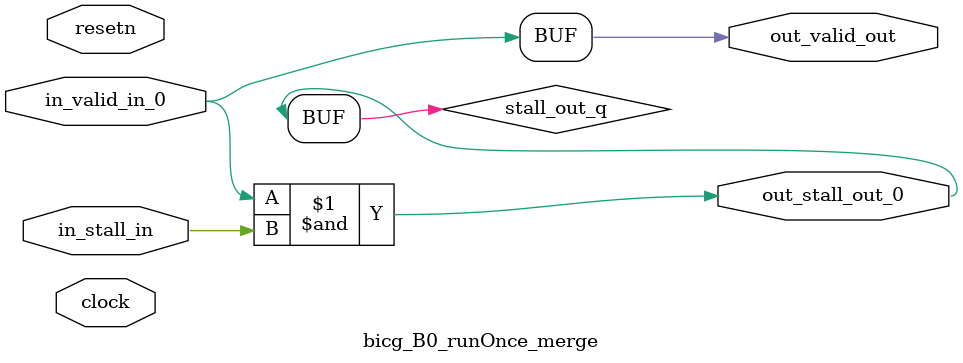
<source format=sv>



(* altera_attribute = "-name AUTO_SHIFT_REGISTER_RECOGNITION OFF; -name MESSAGE_DISABLE 10036; -name MESSAGE_DISABLE 10037; -name MESSAGE_DISABLE 14130; -name MESSAGE_DISABLE 14320; -name MESSAGE_DISABLE 15400; -name MESSAGE_DISABLE 14130; -name MESSAGE_DISABLE 10036; -name MESSAGE_DISABLE 12020; -name MESSAGE_DISABLE 12030; -name MESSAGE_DISABLE 12010; -name MESSAGE_DISABLE 12110; -name MESSAGE_DISABLE 14320; -name MESSAGE_DISABLE 13410; -name MESSAGE_DISABLE 113007; -name MESSAGE_DISABLE 10958" *)
module bicg_B0_runOnce_merge (
    input wire [0:0] in_stall_in,
    input wire [0:0] in_valid_in_0,
    output wire [0:0] out_stall_out_0,
    output wire [0:0] out_valid_out,
    input wire clock,
    input wire resetn
    );

    wire [0:0] stall_out_q;


    // stall_out(LOGICAL,6)
    assign stall_out_q = in_valid_in_0 & in_stall_in;

    // out_stall_out_0(GPOUT,4)
    assign out_stall_out_0 = stall_out_q;

    // out_valid_out(GPOUT,5)
    assign out_valid_out = in_valid_in_0;

endmodule

</source>
